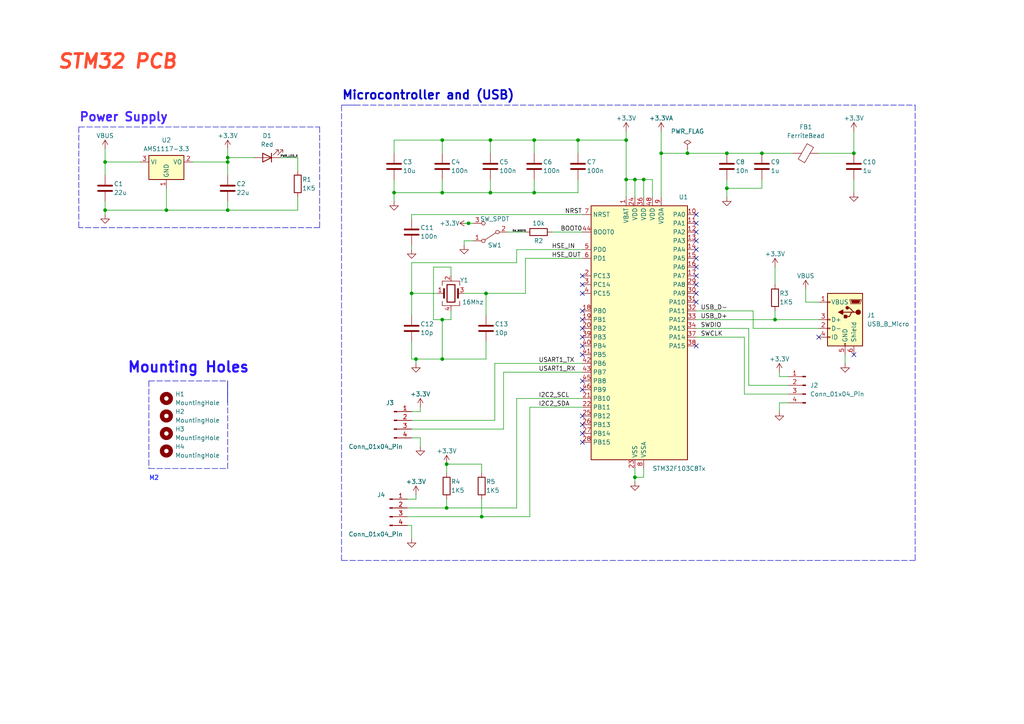
<source format=kicad_sch>
(kicad_sch (version 20230121) (generator eeschema)
  (paper "A4")
  (title_block (title "STM32 PCB") (date "2023-08-21"))
  (lib_symbols
    (symbol "Connector:Conn_01x04_Pin" (pin_names (offset 1.016) hide)
      (property "Reference" "J" (at 0 5.08 0))
      (property "Value" "Conn_01x04_Pin" (at 0 -7.62 0))
      (symbol "Conn_01x04_Pin_1_1"
        (polyline (pts (xy 1.27 -5.08) (xy 0.8636 -5.08)) (stroke (width 0.1524)))
        (polyline (pts (xy 1.27 -2.54) (xy 0.8636 -2.54)) (stroke (width 0.1524)))
        (polyline (pts (xy 1.27 0) (xy 0.8636 0)) (stroke (width 0.1524)))
        (polyline (pts (xy 1.27 2.54) (xy 0.8636 2.54)) (stroke (width 0.1524)))
        (rectangle (start 0.8636 -4.953) (end 0 -5.207) (stroke (width 0.1524)) (fill (type outline)))
        (rectangle (start 0.8636 -2.413) (end 0 -2.667) (stroke (width 0.1524)) (fill (type outline)))
        (rectangle (start 0.8636 0.127) (end 0 -0.127) (stroke (width 0.1524)) (fill (type outline)))
        (rectangle (start 0.8636 2.667) (end 0 2.413) (stroke (width 0.1524)) (fill (type outline)))
        (pin passive line (at 5.08 2.54 180) (length 3.81) (name "Pin_1") (number "1"))
        (pin passive line (at 5.08 0 180) (length 3.81) (name "Pin_2") (number "2"))
        (pin passive line (at 5.08 -2.54 180) (length 3.81) (name "Pin_3") (number "3"))
        (pin passive line (at 5.08 -5.08 180) (length 3.81) (name "Pin_4") (number "4"))
      )
    )
    (symbol "Connector:USB_B_Micro" (pin_names (offset 1.016))
      (property "Reference" "J" (at -5.08 11.43 0))
      (property "Value" "USB_B_Micro" (at -5.08 8.89 0))
      (symbol "USB_B_Micro_0_1"
        (rectangle (start -5.08 -7.62) (end 5.08 7.62) (stroke (width 0.254)) (fill (type background)))
        (circle (center -3.81 2.159) (radius 0.635) (stroke (width 0.254)) (fill (type outline)))
        (circle (center -0.635 3.429) (radius 0.381) (stroke (width 0.254)) (fill (type outline)))
        (rectangle (start -0.127 -7.62) (end 0.127 -6.858))
        (polyline (pts (xy -1.905 2.159) (xy 0.635 2.159)) (stroke (width 0.254)))
        (polyline (pts (xy -3.175 2.159) (xy -2.54 2.159) (xy -1.27 3.429) (xy -0.635 3.429)) (stroke (width 0.254)))
        (polyline (pts (xy -2.54 2.159) (xy -1.905 2.159) (xy -1.27 0.889) (xy 0 0.889)) (stroke (width 0.254)))
        (polyline (pts (xy 0.635 2.794) (xy 0.635 1.524) (xy 1.905 2.159) (xy 0.635 2.794)) (stroke (width 0.254)) (fill (type outline)))
        (polyline (pts (xy -4.318 5.588) (xy -1.778 5.588) (xy -2.032 4.826) (xy -4.064 4.826) (xy -4.318 5.588)) (fill (type outline)))
        (polyline (pts (xy -4.699 5.842) (xy -4.699 5.588) (xy -4.445 4.826) (xy -4.445 4.572) (xy -1.651 4.572) (xy -1.651 4.826) (xy -1.397 5.588) (xy -1.397 5.842) (xy -4.699 5.842)))
        (rectangle (start 0.254 1.27) (end -0.508 0.508) (stroke (width 0.254)) (fill (type outline)))
        (rectangle (start 5.08 -5.207) (end 4.318 -4.953))
        (rectangle (start 5.08 -2.667) (end 4.318 -2.413))
        (rectangle (start 5.08 -0.127) (end 4.318 0.127))
        (rectangle (start 5.08 4.953) (end 4.318 5.207))
      )
      (symbol "USB_B_Micro_1_1"
        (pin power_out line (at 7.62 5.08 180) (length 2.54) (name "VBUS") (number "1"))
        (pin bidirectional line (at 7.62 -2.54 180) (length 2.54) (name "D-") (number "2"))
        (pin bidirectional line (at 7.62 0 180) (length 2.54) (name "D+") (number "3"))
        (pin passive line (at 7.62 -5.08 180) (length 2.54) (name "ID") (number "4"))
        (pin power_out line (at 0 -10.16 90) (length 2.54) (name "GND") (number "5"))
        (pin passive line (at -2.54 -10.16 90) (length 2.54) (name "Shield") (number "6"))
      )
    )
    (symbol "Device:C" (pin_numbers hide) (pin_names (offset 0.254))
      (property "Reference" "C" (at 0.635 2.54 0))
      (property "Value" "C" (at 0.635 -2.54 0))
      (symbol "C_0_1"
        (polyline (pts (xy -2.032 -0.762) (xy 2.032 -0.762)) (stroke (width 0.508)))
        (polyline (pts (xy -2.032 0.762) (xy 2.032 0.762)) (stroke (width 0.508)))
      )
      (symbol "C_1_1"
        (pin passive line (at 0 3.81 270) (length 2.794) (name "~") (number "1"))
        (pin passive line (at 0 -3.81 90) (length 2.794) (name "~") (number "2"))
      )
    )
    (symbol "Device:Crystal_GND24" (pin_names (offset 1.016) hide)
      (property "Reference" "Y" (at 3.175 5.08 0))
      (property "Value" "Crystal_GND24" (at 3.175 3.175 0))
      (symbol "Crystal_GND24_0_1"
        (rectangle (start -1.143 2.54) (end 1.143 -2.54) (stroke (width 0.3048)))
        (polyline (pts (xy -2.54 0) (xy -2.032 0)))
        (polyline (pts (xy -2.032 -1.27) (xy -2.032 1.27)) (stroke (width 0.508)))
        (polyline (pts (xy 0 -3.81) (xy 0 -3.556)))
        (polyline (pts (xy 0 3.556) (xy 0 3.81)))
        (polyline (pts (xy 2.032 -1.27) (xy 2.032 1.27)) (stroke (width 0.508)))
        (polyline (pts (xy 2.032 0) (xy 2.54 0)))
        (polyline (pts (xy -2.54 -2.286) (xy -2.54 -3.556) (xy 2.54 -3.556) (xy 2.54 -2.286)))
        (polyline (pts (xy -2.54 2.286) (xy -2.54 3.556) (xy 2.54 3.556) (xy 2.54 2.286)))
      )
      (symbol "Crystal_GND24_1_1"
        (pin passive line (at -3.81 0 0) (length 1.27) (name "1") (number "1"))
        (pin passive line (at 0 5.08 270) (length 1.27) (name "2") (number "2"))
        (pin passive line (at 3.81 0 180) (length 1.27) (name "3") (number "3"))
        (pin passive line (at 0 -5.08 90) (length 1.27) (name "4") (number "4"))
      )
    )
    (symbol "Device:FerriteBead" (pin_numbers hide) (pin_names (offset 0))
      (property "Reference" "FB" (at -3.81 0.635 90))
      (property "Value" "FerriteBead" (at 3.81 0 90))
      (symbol "FerriteBead_0_1"
        (polyline (pts (xy 0 -1.27) (xy 0 -1.2192)))
        (polyline (pts (xy 0 1.27) (xy 0 1.2954)))
        (polyline (pts (xy -2.7686 0.4064) (xy -1.7018 2.2606) (xy 2.7686 -0.3048) (xy 1.6764 -2.159) (xy -2.7686 0.4064)))
      )
      (symbol "FerriteBead_1_1"
        (pin passive line (at 0 3.81 270) (length 2.54) (name "~") (number "1"))
        (pin passive line (at 0 -3.81 90) (length 2.54) (name "~") (number "2"))
      )
    )
    (symbol "Device:LED" (pin_numbers hide) (pin_names (offset 1.016) hide)
      (property "Reference" "D" (at 0 2.54 0))
      (property "Value" "LED" (at 0 -2.54 0))
      (symbol "LED_0_1"
        (polyline (pts (xy -1.27 -1.27) (xy -1.27 1.27)) (stroke (width 0.254)))
        (polyline (pts (xy -1.27 0) (xy 1.27 0)))
        (polyline (pts (xy 1.27 -1.27) (xy 1.27 1.27) (xy -1.27 0) (xy 1.27 -1.27)) (stroke (width 0.254)))
        (polyline (pts (xy -3.048 -0.762) (xy -4.572 -2.286) (xy -3.81 -2.286) (xy -4.572 -2.286) (xy -4.572 -1.524)))
        (polyline (pts (xy -1.778 -0.762) (xy -3.302 -2.286) (xy -2.54 -2.286) (xy -3.302 -2.286) (xy -3.302 -1.524)))
      )
      (symbol "LED_1_1"
        (pin passive line (at -3.81 0 0) (length 2.54) (name "K") (number "1"))
        (pin passive line (at 3.81 0 180) (length 2.54) (name "A") (number "2"))
      )
    )
    (symbol "Device:R" (pin_numbers hide) (pin_names (offset 0))
      (property "Reference" "R" (at 2.032 0 90))
      (property "Value" "R" (at 0 0 90))
      (symbol "R_0_1"
        (rectangle (start -1.016 -2.54) (end 1.016 2.54) (stroke (width 0.254)))
      )
      (symbol "R_1_1"
        (pin passive line (at 0 3.81 270) (length 1.27) (name "~") (number "1"))
        (pin passive line (at 0 -3.81 90) (length 1.27) (name "~") (number "2"))
      )
    )
    (symbol "MCU_ST_STM32F1:STM32F103C8Tx"
      (property "Reference" "U" (at -12.7 39.37 0))
      (property "Value" "STM32F103C8Tx" (at 10.16 39.37 0))
      (symbol "STM32F103C8Tx_0_1"
        (rectangle (start -12.7 -35.56) (end 15.24 38.1) (stroke (width 0.254)) (fill (type background)))
      )
      (symbol "STM32F103C8Tx_1_1"
        (pin power_in line (at -2.54 40.64 270) (length 2.54) (name "VBAT") (number "1"))
        (pin bidirectional line (at 17.78 35.56 180) (length 2.54) (name "PA0") (number "10"))
        (pin bidirectional line (at 17.78 33.02 180) (length 2.54) (name "PA1") (number "11"))
        (pin bidirectional line (at 17.78 30.48 180) (length 2.54) (name "PA2") (number "12"))
        (pin bidirectional line (at 17.78 27.94 180) (length 2.54) (name "PA3") (number "13"))
        (pin bidirectional line (at 17.78 25.4 180) (length 2.54) (name "PA4") (number "14"))
        (pin bidirectional line (at 17.78 22.86 180) (length 2.54) (name "PA5") (number "15"))
        (pin bidirectional line (at 17.78 20.32 180) (length 2.54) (name "PA6") (number "16"))
        (pin bidirectional line (at 17.78 17.78 180) (length 2.54) (name "PA7") (number "17"))
        (pin bidirectional line (at -15.24 7.62 0) (length 2.54) (name "PB0") (number "18"))
        (pin bidirectional line (at -15.24 5.08 0) (length 2.54) (name "PB1") (number "19"))
        (pin bidirectional line (at -15.24 17.78 0) (length 2.54) (name "PC13") (number "2"))
        (pin bidirectional line (at -15.24 2.54 0) (length 2.54) (name "PB2") (number "20"))
        (pin bidirectional line (at -15.24 -17.78 0) (length 2.54) (name "PB10") (number "21"))
        (pin bidirectional line (at -15.24 -20.32 0) (length 2.54) (name "PB11") (number "22"))
        (pin power_in line (at 0 -38.1 90) (length 2.54) (name "VSS") (number "23"))
        (pin power_in line (at 0 40.64 270) (length 2.54) (name "VDD") (number "24"))
        (pin bidirectional line (at -15.24 -22.86 0) (length 2.54) (name "PB12") (number "25"))
        (pin bidirectional line (at -15.24 -25.4 0) (length 2.54) (name "PB13") (number "26"))
        (pin bidirectional line (at -15.24 -27.94 0) (length 2.54) (name "PB14") (number "27"))
        (pin bidirectional line (at -15.24 -30.48 0) (length 2.54) (name "PB15") (number "28"))
        (pin bidirectional line (at 17.78 15.24 180) (length 2.54) (name "PA8") (number "29"))
        (pin bidirectional line (at -15.24 15.24 0) (length 2.54) (name "PC14") (number "3"))
        (pin bidirectional line (at 17.78 12.7 180) (length 2.54) (name "PA9") (number "30"))
        (pin bidirectional line (at 17.78 10.16 180) (length 2.54) (name "PA10") (number "31"))
        (pin bidirectional line (at 17.78 7.62 180) (length 2.54) (name "PA11") (number "32"))
        (pin bidirectional line (at 17.78 5.08 180) (length 2.54) (name "PA12") (number "33"))
        (pin bidirectional line (at 17.78 2.54 180) (length 2.54) (name "PA13") (number "34"))
        (pin passive line (at 0 -38.1 90) (length 2.54) hide (name "VSS") (number "35"))
        (pin power_in line (at 2.54 40.64 270) (length 2.54) (name "VDD") (number "36"))
        (pin bidirectional line (at 17.78 0 180) (length 2.54) (name "PA14") (number "37"))
        (pin bidirectional line (at 17.78 -2.54 180) (length 2.54) (name "PA15") (number "38"))
        (pin bidirectional line (at -15.24 0 0) (length 2.54) (name "PB3") (number "39"))
        (pin bidirectional line (at -15.24 12.7 0) (length 2.54) (name "PC15") (number "4"))
        (pin bidirectional line (at -15.24 -2.54 0) (length 2.54) (name "PB4") (number "40"))
        (pin bidirectional line (at -15.24 -5.08 0) (length 2.54) (name "PB5") (number "41"))
        (pin bidirectional line (at -15.24 -7.62 0) (length 2.54) (name "PB6") (number "42"))
        (pin bidirectional line (at -15.24 -10.16 0) (length 2.54) (name "PB7") (number "43"))
        (pin input line (at -15.24 30.48 0) (length 2.54) (name "BOOT0") (number "44"))
        (pin bidirectional line (at -15.24 -12.7 0) (length 2.54) (name "PB8") (number "45"))
        (pin bidirectional line (at -15.24 -15.24 0) (length 2.54) (name "PB9") (number "46"))
        (pin passive line (at 0 -38.1 90) (length 2.54) hide (name "VSS") (number "47"))
        (pin power_in line (at 5.08 40.64 270) (length 2.54) (name "VDD") (number "48"))
        (pin bidirectional line (at -15.24 25.4 0) (length 2.54) (name "PD0") (number "5"))
        (pin bidirectional line (at -15.24 22.86 0) (length 2.54) (name "PD1") (number "6"))
        (pin input line (at -15.24 35.56 0) (length 2.54) (name "NRST") (number "7"))
        (pin power_in line (at 2.54 -38.1 90) (length 2.54) (name "VSSA") (number "8"))
        (pin power_in line (at 7.62 40.64 270) (length 2.54) (name "VDDA") (number "9"))
      )
    )
    (symbol "Mechanical:MountingHole" (pin_names (offset 1.016))
      (property "Reference" "H" (at 0 5.08 0))
      (property "Value" "MountingHole" (at 0 3.175 0))
      (symbol "MountingHole_0_1"
        (circle (center 0 0) (radius 1.27) (stroke (width 1.27)))
      )
    )
    (symbol "Regulator_Linear:AMS1117-3.3"
      (property "Reference" "U" (at -3.81 3.175 0))
      (property "Value" "AMS1117-3.3" (at 0 3.175 0))
      (symbol "AMS1117-3.3_0_1"
        (rectangle (start -5.08 -5.08) (end 5.08 1.905) (stroke (width 0.254)) (fill (type background)))
      )
      (symbol "AMS1117-3.3_1_1"
        (pin power_in line (at 0 -7.62 90) (length 2.54) (name "GND") (number "1"))
        (pin power_out line (at 7.62 0 180) (length 2.54) (name "VO") (number "2"))
        (pin power_in line (at -7.62 0 0) (length 2.54) (name "VI") (number "3"))
      )
    )
    (symbol "Switch:SW_SPDT" (pin_names (offset 0) hide)
      (property "Reference" "SW" (at 0 4.318 0))
      (property "Value" "SW_SPDT" (at 0 -5.08 0))
      (symbol "SW_SPDT_0_0"
        (circle (center -2.032 0) (radius 0.508))
        (circle (center 2.032 -2.54) (radius 0.508))
      )
      (symbol "SW_SPDT_0_1"
        (polyline (pts (xy -1.524 0.254) (xy 1.651 2.286)))
        (circle (center 2.032 2.54) (radius 0.508))
      )
      (symbol "SW_SPDT_1_1"
        (pin passive line (at 5.08 2.54 180) (length 2.54) (name "A") (number "1"))
        (pin passive line (at -5.08 0 0) (length 2.54) (name "B") (number "2"))
        (pin passive line (at 5.08 -2.54 180) (length 2.54) (name "C") (number "3"))
      )
    )
    (symbol "power:+3.3V" (power) (pin_names (offset 0))
      (property "Value" "+3.3V" (at 0 3.556 0))
      (symbol "+3.3V_0_1"
        (polyline (pts (xy -0.762 1.27) (xy 0 2.54)))
        (polyline (pts (xy 0 0) (xy 0 2.54)))
        (polyline (pts (xy 0 2.54) (xy 0.762 1.27)))
      )
      (symbol "+3.3V_1_1"
        (pin power_in line (at 0 0 90) (length 0) hide (name "+3.3V") (number "1"))
      )
    )
    (symbol "power:+3.3VA" (power) (pin_names (offset 0))
      (property "Value" "+3.3VA" (at 0 3.556 0))
      (symbol "+3.3VA_0_1"
        (polyline (pts (xy -0.762 1.27) (xy 0 2.54)))
        (polyline (pts (xy 0 0) (xy 0 2.54)))
        (polyline (pts (xy 0 2.54) (xy 0.762 1.27)))
      )
      (symbol "+3.3VA_1_1"
        (pin power_in line (at 0 0 90) (length 0) hide (name "+3.3VA") (number "1"))
      )
    )
    (symbol "power:GND" (power) (pin_names (offset 0))
      (property "Value" "GND" (at 0 -3.81 0))
      (symbol "GND_0_1"
        (polyline (pts (xy 0 0) (xy 0 -1.27) (xy 1.27 -1.27) (xy 0 -2.54) (xy -1.27 -1.27) (xy 0 -1.27)))
      )
      (symbol "GND_1_1"
        (pin power_in line (at 0 0 270) (length 0) hide (name "GND") (number "1"))
      )
    )
    (symbol "power:PWR_FLAG" (power) (pin_numbers hide) (pin_names (offset 0) hide)
      (property "Value" "PWR_FLAG" (at 0 3.81 0))
      (symbol "PWR_FLAG_0_0"
        (pin power_out line (at 0 0 90) (length 0) (name "pwr") (number "1"))
      )
      (symbol "PWR_FLAG_0_1"
        (polyline (pts (xy 0 0) (xy 0 1.27) (xy -1.016 1.905) (xy 0 2.54) (xy 1.016 1.905) (xy 0 1.27)))
      )
    )
    (symbol "power:VBUS" (power) (pin_names (offset 0))
      (property "Value" "VBUS" (at 0 3.81 0))
      (symbol "VBUS_0_1"
        (polyline (pts (xy -0.762 1.27) (xy 0 2.54)))
        (polyline (pts (xy 0 0) (xy 0 2.54)))
        (polyline (pts (xy 0 2.54) (xy 0.762 1.27)))
      )
      (symbol "VBUS_1_1"
        (pin power_in line (at 0 0 90) (length 0) hide (name "VBUS") (number "1"))
      )
    )
  )
  (junction (at 128.27 104.14))
  (junction (at 114.3 55.88))
  (junction (at 66.04 46.99))
  (junction (at 154.94 40.64))
  (junction (at 66.04 45.72))
  (junction (at 119.38 85.09))
  (junction (at 154.94 55.88))
  (junction (at 30.48 60.96))
  (junction (at 140.97 85.09))
  (junction (at 129.54 147.32))
  (junction (at 210.82 54.61))
  (junction (at 184.15 52.07))
  (junction (at 128.27 55.88))
  (junction (at 142.24 40.64))
  (junction (at 128.27 40.64))
  (junction (at 184.15 138.43))
  (junction (at 30.48 46.99))
  (junction (at 66.04 60.96))
  (junction (at 181.61 52.07))
  (junction (at 210.82 44.45))
  (junction (at 191.77 44.45))
  (junction (at 220.98 44.45))
  (junction (at 142.24 55.88))
  (junction (at 135.89 64.77))
  (junction (at 181.61 40.64))
  (junction (at 167.64 40.64))
  (junction (at 199.39 44.45))
  (junction (at 48.26 60.96))
  (junction (at 128.27 92.71))
  (junction (at 129.54 134.62))
  (junction (at 186.69 52.07))
  (junction (at 247.65 44.45))
  (junction (at 224.79 92.71))
  (junction (at 120.65 104.14))
  (junction (at 139.7 149.86))
  (no_connect (at 201.93 67.31))
  (no_connect (at 201.93 77.47))
  (no_connect (at 201.93 72.39))
  (no_connect (at 168.91 123.19))
  (no_connect (at 168.91 125.73))
  (no_connect (at 237.49 97.79))
  (no_connect (at 168.91 110.49))
  (no_connect (at 201.93 64.77))
  (no_connect (at 201.93 87.63))
  (no_connect (at 247.65 102.87))
  (no_connect (at 168.91 100.33))
  (no_connect (at 201.93 85.09))
  (no_connect (at 168.91 120.65))
  (no_connect (at 168.91 97.79))
  (no_connect (at 168.91 90.17))
  (no_connect (at 201.93 80.01))
  (no_connect (at 168.91 82.55))
  (no_connect (at 201.93 62.23))
  (no_connect (at 201.93 74.93))
  (no_connect (at 168.91 92.71))
  (no_connect (at 168.91 113.03))
  (no_connect (at 168.91 80.01))
  (no_connect (at 201.93 69.85))
  (no_connect (at 168.91 128.27))
  (no_connect (at 168.91 85.09))
  (no_connect (at 168.91 95.25))
  (no_connect (at 168.91 102.87))
  (no_connect (at 201.93 100.33))
  (no_connect (at 201.93 82.55))
  (polyline (pts (xy 43.18 110.49) (xy 43.18 135.89)) (stroke (width 0) (type dash)))
  (wire (pts (xy 233.68 83.82) (xy 233.68 87.63)))
  (polyline (pts (xy 265.43 30.48) (xy 265.43 162.56)) (stroke (width 0) (type dash)))
  (wire (pts (xy 143.51 105.41) (xy 168.91 105.41)))
  (wire (pts (xy 233.68 87.63) (xy 237.49 87.63)))
  (wire (pts (xy 121.92 129.54) (xy 121.92 127)))
  (wire (pts (xy 226.06 119.38) (xy 226.06 116.84)))
  (wire (pts (xy 139.7 134.62) (xy 139.7 137.16)))
  (wire (pts (xy 129.54 144.78) (xy 129.54 147.32)))
  (wire (pts (xy 128.27 40.64) (xy 128.27 44.45)))
  (wire (pts (xy 154.94 40.64) (xy 154.94 44.45)))
  (wire (pts (xy 181.61 38.1) (xy 181.61 40.64)))
  (wire (pts (xy 184.15 138.43) (xy 186.69 138.43)))
  (wire (pts (xy 134.62 64.77) (xy 135.89 64.77)))
  (polyline (pts (xy 99.06 162.56) (xy 99.06 30.48)) (stroke (width 0) (type dash)))
  (wire (pts (xy 134.62 69.85) (xy 137.16 69.85)))
  (wire (pts (xy 224.79 90.17) (xy 224.79 92.71)))
  (wire (pts (xy 201.93 92.71) (xy 224.79 92.71)))
  (wire (pts (xy 167.64 40.64) (xy 181.61 40.64)))
  (wire (pts (xy 142.24 40.64) (xy 142.24 44.45)))
  (wire (pts (xy 186.69 52.07) (xy 189.23 52.07)))
  (wire (pts (xy 66.04 58.42) (xy 66.04 60.96)))
  (wire (pts (xy 125.73 77.47) (xy 125.73 92.71)))
  (wire (pts (xy 55.88 46.99) (xy 66.04 46.99)))
  (wire (pts (xy 226.06 116.84) (xy 228.6 116.84)))
  (wire (pts (xy 220.98 44.45) (xy 229.87 44.45)))
  (wire (pts (xy 184.15 52.07) (xy 186.69 52.07)))
  (wire (pts (xy 217.17 95.25) (xy 217.17 111.76)))
  (wire (pts (xy 201.93 95.25) (xy 217.17 95.25)))
  (wire (pts (xy 191.77 44.45) (xy 191.77 57.15)))
  (wire (pts (xy 119.38 63.5) (xy 119.38 62.23)))
  (polyline (pts (xy 43.18 135.89) (xy 66.04 135.89)) (stroke (width 0) (type dash)))
  (wire (pts (xy 167.64 55.88) (xy 167.64 52.07)))
  (wire (pts (xy 119.38 85.09) (xy 127 85.09)))
  (wire (pts (xy 86.36 45.72) (xy 86.36 49.53)))
  (wire (pts (xy 48.26 54.61) (xy 48.26 60.96)))
  (wire (pts (xy 149.86 72.39) (xy 149.86 76.2)))
  (wire (pts (xy 128.27 92.71) (xy 130.81 92.71)))
  (wire (pts (xy 128.27 52.07) (xy 128.27 55.88)))
  (wire (pts (xy 226.06 109.22) (xy 228.6 109.22)))
  (wire (pts (xy 81.28 45.72) (xy 86.36 45.72)))
  (wire (pts (xy 210.82 54.61) (xy 210.82 57.15)))
  (wire (pts (xy 134.62 85.09) (xy 140.97 85.09)))
  (wire (pts (xy 114.3 52.07) (xy 114.3 55.88)))
  (wire (pts (xy 30.48 43.18) (xy 30.48 46.99)))
  (wire (pts (xy 128.27 40.64) (xy 142.24 40.64)))
  (wire (pts (xy 247.65 52.07) (xy 247.65 55.88)))
  (wire (pts (xy 218.44 90.17) (xy 218.44 95.25)))
  (polyline (pts (xy 22.86 36.83) (xy 92.71 36.83)) (stroke (width 0) (type dash)))
  (wire (pts (xy 130.81 80.01) (xy 130.81 77.47)))
  (wire (pts (xy 199.39 43.18) (xy 199.39 44.45)))
  (wire (pts (xy 119.38 76.2) (xy 119.38 85.09)))
  (wire (pts (xy 120.65 104.14) (xy 120.65 105.41)))
  (wire (pts (xy 153.67 118.11) (xy 153.67 149.86)))
  (wire (pts (xy 152.4 74.93) (xy 152.4 85.09)))
  (wire (pts (xy 114.3 44.45) (xy 114.3 40.64)))
  (wire (pts (xy 224.79 92.71) (xy 237.49 92.71)))
  (wire (pts (xy 119.38 62.23) (xy 168.91 62.23)))
  (wire (pts (xy 142.24 55.88) (xy 154.94 55.88)))
  (wire (pts (xy 121.92 119.38) (xy 119.38 119.38)))
  (wire (pts (xy 217.17 111.76) (xy 228.6 111.76)))
  (wire (pts (xy 119.38 152.4) (xy 119.38 156.21)))
  (wire (pts (xy 149.86 72.39) (xy 168.91 72.39)))
  (wire (pts (xy 119.38 99.06) (xy 119.38 104.14)))
  (wire (pts (xy 118.11 147.32) (xy 129.54 147.32)))
  (wire (pts (xy 142.24 40.64) (xy 154.94 40.64)))
  (wire (pts (xy 118.11 149.86) (xy 139.7 149.86)))
  (wire (pts (xy 139.7 144.78) (xy 139.7 149.86)))
  (polyline (pts (xy 265.43 162.56) (xy 99.06 162.56)) (stroke (width 0) (type dash)))
  (wire (pts (xy 154.94 55.88) (xy 167.64 55.88)))
  (wire (pts (xy 224.79 77.47) (xy 224.79 82.55)))
  (polyline (pts (xy 22.86 36.83) (xy 22.86 66.04)) (stroke (width 0) (type dash)))
  (wire (pts (xy 140.97 99.06) (xy 140.97 104.14)))
  (wire (pts (xy 134.62 71.12) (xy 134.62 69.85)))
  (wire (pts (xy 30.48 60.96) (xy 30.48 62.23)))
  (wire (pts (xy 160.02 67.31) (xy 168.91 67.31)))
  (wire (pts (xy 210.82 44.45) (xy 220.98 44.45)))
  (wire (pts (xy 184.15 138.43) (xy 184.15 139.7)))
  (wire (pts (xy 118.11 152.4) (xy 119.38 152.4)))
  (wire (pts (xy 130.81 90.17) (xy 130.81 92.71)))
  (wire (pts (xy 210.82 44.45) (xy 199.39 44.45)))
  (wire (pts (xy 66.04 60.96) (xy 86.36 60.96)))
  (wire (pts (xy 114.3 55.88) (xy 128.27 55.88)))
  (wire (pts (xy 181.61 52.07) (xy 184.15 52.07)))
  (polyline (pts (xy 102.87 30.48) (xy 265.43 30.48)) (stroke (width 0) (type dash)))
  (wire (pts (xy 143.51 105.41) (xy 143.51 121.92)))
  (wire (pts (xy 181.61 40.64) (xy 181.61 52.07)))
  (wire (pts (xy 149.86 115.57) (xy 149.86 147.32)))
  (wire (pts (xy 119.38 121.92) (xy 143.51 121.92)))
  (wire (pts (xy 121.92 127) (xy 119.38 127)))
  (wire (pts (xy 119.38 85.09) (xy 119.38 91.44)))
  (wire (pts (xy 140.97 85.09) (xy 152.4 85.09)))
  (wire (pts (xy 120.65 104.14) (xy 119.38 104.14)))
  (wire (pts (xy 189.23 57.15) (xy 189.23 52.07)))
  (wire (pts (xy 120.65 144.78) (xy 118.11 144.78)))
  (wire (pts (xy 149.86 115.57) (xy 168.91 115.57)))
  (wire (pts (xy 66.04 45.72) (xy 73.66 45.72)))
  (wire (pts (xy 140.97 85.09) (xy 140.97 91.44)))
  (wire (pts (xy 120.65 143.51) (xy 120.65 144.78)))
  (wire (pts (xy 130.81 77.47) (xy 125.73 77.47)))
  (wire (pts (xy 114.3 55.88) (xy 114.3 58.42)))
  (wire (pts (xy 129.54 134.62) (xy 139.7 134.62)))
  (wire (pts (xy 247.65 38.1) (xy 247.65 44.45)))
  (wire (pts (xy 30.48 46.99) (xy 40.64 46.99)))
  (wire (pts (xy 181.61 52.07) (xy 181.61 57.15)))
  (wire (pts (xy 30.48 50.8) (xy 30.48 46.99)))
  (polyline (pts (xy 66.04 110.49) (xy 66.04 116.84)))
  (wire (pts (xy 146.05 107.95) (xy 146.05 124.46)))
  (wire (pts (xy 48.26 60.96) (xy 66.04 60.96)))
  (wire (pts (xy 152.4 74.93) (xy 168.91 74.93)))
  (wire (pts (xy 135.89 64.77) (xy 137.16 64.77)))
  (wire (pts (xy 245.11 102.87) (xy 245.11 105.41)))
  (wire (pts (xy 86.36 57.15) (xy 86.36 60.96)))
  (wire (pts (xy 125.73 92.71) (xy 128.27 92.71)))
  (wire (pts (xy 128.27 55.88) (xy 142.24 55.88)))
  (wire (pts (xy 154.94 52.07) (xy 154.94 55.88)))
  (wire (pts (xy 129.54 137.16) (xy 129.54 134.62)))
  (wire (pts (xy 149.86 76.2) (xy 119.38 76.2)))
  (wire (pts (xy 142.24 52.07) (xy 142.24 55.88)))
  (wire (pts (xy 66.04 45.72) (xy 66.04 46.99)))
  (wire (pts (xy 66.04 43.18) (xy 66.04 45.72)))
  (wire (pts (xy 119.38 124.46) (xy 146.05 124.46)))
  (wire (pts (xy 147.32 67.31) (xy 152.4 67.31)))
  (wire (pts (xy 119.38 71.12) (xy 119.38 72.39)))
  (wire (pts (xy 128.27 92.71) (xy 128.27 104.14)))
  (polyline (pts (xy 66.04 135.89) (xy 66.04 110.49)) (stroke (width 0) (type dash)))
  (wire (pts (xy 121.92 118.11) (xy 121.92 119.38)))
  (polyline (pts (xy 92.71 36.83) (xy 92.71 66.04)) (stroke (width 0) (type dash)))
  (wire (pts (xy 226.06 107.95) (xy 226.06 109.22)))
  (wire (pts (xy 167.64 44.45) (xy 167.64 40.64)))
  (wire (pts (xy 146.05 107.95) (xy 168.91 107.95)))
  (polyline (pts (xy 43.18 110.49) (xy 66.04 110.49)) (stroke (width 0) (type dash)))
  (wire (pts (xy 210.82 54.61) (xy 220.98 54.61)))
  (wire (pts (xy 30.48 58.42) (xy 30.48 60.96)))
  (wire (pts (xy 139.7 149.86) (xy 153.67 149.86)))
  (wire (pts (xy 153.67 118.11) (xy 168.91 118.11)))
  (wire (pts (xy 220.98 52.07) (xy 220.98 54.61)))
  (wire (pts (xy 201.93 90.17) (xy 218.44 90.17)))
  (wire (pts (xy 184.15 135.89) (xy 184.15 138.43)))
  (wire (pts (xy 215.9 97.79) (xy 215.9 114.3)))
  (wire (pts (xy 186.69 135.89) (xy 186.69 138.43)))
  (wire (pts (xy 199.39 44.45) (xy 191.77 44.45)))
  (wire (pts (xy 120.65 104.14) (xy 128.27 104.14)))
  (wire (pts (xy 210.82 52.07) (xy 210.82 54.61)))
  (wire (pts (xy 215.9 114.3) (xy 228.6 114.3)))
  (wire (pts (xy 114.3 40.64) (xy 128.27 40.64)))
  (wire (pts (xy 140.97 104.14) (xy 128.27 104.14)))
  (wire (pts (xy 237.49 44.45) (xy 247.65 44.45)))
  (wire (pts (xy 191.77 38.1) (xy 191.77 44.45)))
  (polyline (pts (xy 92.71 66.04) (xy 22.86 66.04)) (stroke (width 0) (type dash)))
  (polyline (pts (xy 66.04 110.49) (xy 66.04 116.84)))
  (wire (pts (xy 186.69 52.07) (xy 186.69 57.15)))
  (wire (pts (xy 48.26 60.96) (xy 30.48 60.96)))
  (wire (pts (xy 66.04 50.8) (xy 66.04 46.99)))
  (wire (pts (xy 184.15 52.07) (xy 184.15 57.15)))
  (wire (pts (xy 129.54 147.32) (xy 149.86 147.32)))
  (wire (pts (xy 154.94 40.64) (xy 167.64 40.64)))
  (wire (pts (xy 201.93 97.79) (xy 215.9 97.79)))
  (wire (pts (xy 218.44 95.25) (xy 237.49 95.25)))
  (polyline (pts (xy 99.06 30.48) (xy 102.87 30.48)))
  (text "Microcontroller and (USB)" (at 99.06 29.21 0) (effects (font (size 2.5 2.5) bold) (justify left bottom)))
  (text "Power Supply" (at 22.86 35.56 0) (effects (font (size 2.5 2.5) (thickness 0.5) bold) (justify left bottom)))
  (text "STM32 PCB" (at 16.51 20.32 0) (effects (font (size 4 4) bold italic) (justify left bottom)))
  (label "Mounting Holes" (at 36.83 109.22 0) (effects (font (size 3 3) (thickness 0.6) bold)))
  (label "HSE_IN" (at 160.02 72.39 0))
  (label "SWCLK" (at 203.2 97.79 0))
  (label "USART1_RX" (at 156.21 107.95 0))
  (label "PWR_LED_K" (at 81.28 45.72 0) (effects (font (size 0.6 0.6))))
  (label "M2" (at 43.18 139.7 0) (effects (font bold)))
  (label "USB_D-" (at 203.2 90.17 0))
  (label "HSE_OUT" (at 160.02 74.93 0))
  (label "I2C2_SCL" (at 156.21 115.57 0))
  (label "SWDIO" (at 203.2 95.25 0))
  (label "SW_BOOT0" (at 148.59 67.31 0) (effects (font (size 0.5 0.5))))
  (label "USB_D+" (at 203.2 92.71 0))
  (label "I2C2_SDA" (at 156.21 118.11 0))
  (label "USART1_TX" (at 156.21 105.41 0))
  (label "NRST" (at 163.83 62.23 0))
  (label "BOOT0" (at 162.56 67.31 0))
  (symbol (lib_id "power:GND") (at 114.3 58.42 0) (unit 1)
    (property "Reference" "#PWR03" (effects hide))
    (property "Value" "GND" (effects hide))
  )
  (symbol (lib_id "Device:C") (at 119.38 67.31 0) (unit 1)
    (property "Reference" "C11" (at 121.92 66.04 0) (effects (justify left)))
    (property "Value" "100n" (at 121.92 68.58 0) (effects (justify left)))
    (property "Footprint" "Capacitor_SMD:C_0402_1005Metric" (effects hide))
  )
  (symbol (lib_id "power:VBUS") (at 30.48 43.18 0) (unit 1)
    (property "Reference" "#PWR017" (effects hide))
    (property "Value" "VBUS" (at 30.48 39.37 0))
  )
  (symbol (lib_id "Mechanical:MountingHole") (at 48.26 115.57 0) (unit 1)
    (property "Reference" "H1" (at 50.8 114.3 0) (effects (justify left)))
    (property "Value" "MountingHole" (at 50.8 116.84 0) (effects (justify left)))
    (property "Footprint" "MountingHole:MountingHole_2.2mm_M2" (effects hide))
  )
  (symbol (lib_id "Device:C") (at 154.94 48.26 0) (unit 1)
    (property "Reference" "C6" (at 157.48 46.99 0) (effects (justify left)))
    (property "Value" "100n" (at 157.48 49.53 0) (effects (justify left)))
    (property "Footprint" "Capacitor_SMD:C_0402_1005Metric" (effects hide))
  )
  (symbol (lib_id "Regulator_Linear:AMS1117-3.3") (at 48.26 46.99 0) (unit 1)
    (property "Reference" "U2" (at 48.26 40.64 0))
    (property "Value" "AMS1117-3.3" (at 48.26 43.18 0))
    (property "Footprint" "Package_TO_SOT_SMD:SOT-223-3_TabPin2" (effects hide))
    (property "Datasheet" "http://www.advanced-monolithic.com/pdf/ds1117.pdf" (effects hide))
  )
  (symbol (lib_id "Mechanical:MountingHole") (at 48.26 130.81 0) (unit 1)
    (property "Reference" "H4" (at 50.8 129.54 0) (effects (justify left)))
    (property "Value" "MountingHole" (at 50.8 132.08 0) (effects (justify left)))
    (property "Footprint" "MountingHole:MountingHole_2.2mm_M2" (effects hide))
  )
  (symbol (lib_id "power:GND") (at 121.92 129.54 0) (mirror y) (unit 1)
    (property "Reference" "#PWR020" (effects hide))
    (property "Value" "GND" (effects hide))
  )
  (symbol (lib_id "Device:C") (at 167.64 48.26 0) (unit 1)
    (property "Reference" "C7" (at 170.18 46.99 0) (effects (justify left)))
    (property "Value" "100n" (at 170.18 49.53 0) (effects (justify left)))
    (property "Footprint" "Capacitor_SMD:C_0402_1005Metric" (effects hide))
  )
  (symbol (lib_id "power:GND") (at 210.82 57.15 0) (unit 1)
    (property "Reference" "#PWR06" (effects hide))
    (property "Value" "GND" (effects hide))
  )
  (symbol (lib_id "power:+3.3VA") (at 191.77 38.1 0) (unit 1)
    (property "Reference" "#PWR04" (effects hide))
    (property "Value" "+3.3VA" (at 191.77 34.29 0))
  )
  (symbol (lib_id "power:+3.3V") (at 135.89 64.77 90) (unit 1)
    (property "Reference" "#PWR08" (effects hide))
    (property "Value" "+3.3V" (at 133.35 64.77 90) (effects (justify left)))
  )
  (symbol (lib_id "Device:C") (at 220.98 48.26 0) (unit 1)
    (property "Reference" "C9" (at 223.52 46.99 0) (effects (justify left)))
    (property "Value" "1u" (at 223.52 49.53 0) (effects (justify left)))
    (property "Footprint" "Capacitor_SMD:C_0402_1005Metric" (effects hide))
  )
  (symbol (lib_id "power:+3.3V") (at 226.06 107.95 0) (unit 1)
    (property "Reference" "#PWR014" (effects hide))
    (property "Value" "+3.3V" (at 226.06 104.14 0))
  )
  (symbol (lib_id "power:GND") (at 120.65 105.41 0) (unit 1)
    (property "Reference" "#PWR010" (effects hide))
    (property "Value" "GND" (effects hide))
  )
  (symbol (lib_id "Device:C") (at 140.97 95.25 0) (unit 1)
    (property "Reference" "C13" (at 143.51 93.98 0) (effects (justify left)))
    (property "Value" "10p" (at 143.51 96.52 0) (effects (justify left)))
    (property "Footprint" "Capacitor_SMD:C_0402_1005Metric" (effects hide))
  )
  (symbol (lib_id "Device:C") (at 210.82 48.26 0) (unit 1)
    (property "Reference" "C8" (at 213.36 46.99 0) (effects (justify left)))
    (property "Value" "10n" (at 213.36 49.53 0) (effects (justify left)))
    (property "Footprint" "Capacitor_SMD:C_0402_1005Metric" (effects hide))
  )
  (symbol (lib_id "Device:Crystal_GND24") (at 130.81 85.09 0) (unit 1)
    (property "Reference" "Y1" (at 134.62 81.28 0))
    (property "Value" "16Mhz" (at 137.16 87.63 0))
    (property "Footprint" "Crystal:Crystal_SMD_3225-4Pin_3.2x2.5mm" (effects hide))
  )
  (symbol (lib_id "Device:FerriteBead") (at 233.68 44.45 270) (unit 1)
    (property "Reference" "FB1" (at 233.7308 36.83 90))
    (property "Value" "FerriteBead" (at 233.7308 39.37 90))
    (property "Footprint" "Inductor_SMD:L_0603_1608Metric" (effects hide))
  )
  (symbol (lib_id "power:GND") (at 30.48 62.23 0) (unit 1)
    (property "Reference" "#PWR018" (effects hide))
    (property "Value" "GND" (effects hide))
  )
  (symbol (lib_id "Device:C") (at 114.3 48.26 0) (unit 1)
    (property "Reference" "C3" (at 116.84 46.99 0) (effects (justify left)))
    (property "Value" "10u" (at 116.84 49.53 0) (effects (justify left)))
    (property "Footprint" "Capacitor_SMD:C_0603_1608Metric" (effects hide))
  )
  (symbol (lib_id "power:VBUS") (at 233.68 83.82 0) (unit 1)
    (property "Reference" "#PWR012" (effects hide))
    (property "Value" "VBUS" (at 233.68 80.01 0))
  )
  (symbol (lib_id "Connector:Conn_01x04_Pin") (at 114.3 121.92 0) (unit 1)
    (property "Reference" "J3" (at 114.3 116.84 0) (effects (justify right)))
    (property "Value" "Conn_01x04_Pin" (at 116.84 129.54 0) (effects (justify right)))
    (property "Footprint" "Connector_PinHeader_2.54mm:PinHeader_1x04_P2.54mm_Vertical" (effects hide))
  )
  (symbol (lib_id "Device:C") (at 66.04 54.61 0) (unit 1)
    (property "Reference" "C2" (at 68.58 53.34 0) (effects (justify left)))
    (property "Value" "22u" (at 68.58 55.88 0) (effects (justify left)))
    (property "Footprint" "Capacitor_SMD:C_0805_2012Metric" (effects hide))
  )
  (symbol (lib_id "power:+3.3V") (at 247.65 38.1 0) (unit 1)
    (property "Reference" "#PWR07" (effects hide))
    (property "Value" "+3.3V" (at 247.65 34.29 0))
  )
  (symbol (lib_id "power:GND") (at 247.65 55.88 0) (unit 1)
    (property "Reference" "#PWR05" (effects hide))
    (property "Value" "GND" (effects hide))
  )
  (symbol (lib_id "Device:R") (at 139.7 140.97 0) (unit 1)
    (property "Reference" "R5" (at 140.97 139.7 0) (effects (justify left)))
    (property "Value" "1K5" (at 140.97 142.24 0) (effects (justify left)))
    (property "Footprint" "Resistor_SMD:R_0402_1005Metric" (effects hide))
  )
  (symbol (lib_id "power:+3.3V") (at 120.65 143.51 0) (mirror y) (unit 1)
    (property "Reference" "#PWR021" (effects hide))
    (property "Value" "+3.3V" (at 120.65 139.7 0))
  )
  (symbol (lib_id "Device:R") (at 129.54 140.97 0) (unit 1)
    (property "Reference" "R4" (at 130.81 139.7 0) (effects (justify left)))
    (property "Value" "1K5" (at 130.81 142.24 0) (effects (justify left)))
    (property "Footprint" "Resistor_SMD:R_0402_1005Metric" (effects hide))
  )
  (symbol (lib_id "Device:R") (at 156.21 67.31 90) (unit 1)
    (property "Reference" "R2" (at 156.21 69.85 90))
    (property "Value" "10k" (at 156.21 64.77 90))
    (property "Footprint" "Resistor_SMD:R_0402_1005Metric" (effects hide))
  )
  (symbol (lib_id "Device:C") (at 119.38 95.25 0) (unit 1)
    (property "Reference" "C12" (at 121.92 93.98 0) (effects (justify left)))
    (property "Value" "10p" (at 121.92 96.52 0) (effects (justify left)))
    (property "Footprint" "Capacitor_SMD:C_0402_1005Metric" (effects hide))
  )
  (symbol (lib_id "Mechanical:MountingHole") (at 48.26 120.65 0) (unit 1)
    (property "Reference" "H2" (at 50.8 119.38 0) (effects (justify left)))
    (property "Value" "MountingHole" (at 50.8 121.92 0) (effects (justify left)))
    (property "Footprint" "MountingHole:MountingHole_2.2mm_M2" (effects hide))
  )
  (symbol (lib_id "power:+3.3V") (at 121.92 118.11 0) (mirror y) (unit 1)
    (property "Reference" "#PWR019" (effects hide))
    (property "Value" "+3.3V" (at 121.92 114.3 0))
  )
  (symbol (lib_id "power:GND") (at 184.15 139.7 0) (unit 1)
    (property "Reference" "#PWR01" (effects hide))
    (property "Value" "GND" (effects hide))
  )
  (symbol (lib_id "Device:R") (at 86.36 53.34 0) (unit 1)
    (property "Reference" "R1" (at 87.63 52.07 0) (effects (justify left)))
    (property "Value" "1K5" (at 87.63 54.61 0) (effects (justify left)))
    (property "Footprint" "Resistor_SMD:R_0402_1005Metric" (effects hide))
  )
  (symbol (lib_id "power:GND") (at 245.11 105.41 0) (unit 1)
    (property "Reference" "#PWR011" (effects hide))
    (property "Value" "GND" (effects hide))
  )
  (symbol (lib_id "power:PWR_FLAG") (at 199.39 43.18 0) (unit 1)
    (property "Reference" "#FLG01" (effects hide))
    (property "Value" "PWR_FLAG" (at 199.39 38.1 0))
  )
  (symbol (lib_id "power:+3.3V") (at 181.61 38.1 0) (unit 1)
    (property "Reference" "#PWR02" (effects hide))
    (property "Value" "+3.3V" (at 181.61 34.29 0))
  )
  (symbol (lib_id "Device:R") (at 224.79 86.36 0) (unit 1)
    (property "Reference" "R3" (at 226.06 85.09 0) (effects (justify left)))
    (property "Value" "1K5" (at 226.06 87.63 0) (effects (justify left)))
    (property "Footprint" "Resistor_SMD:R_0402_1005Metric" (effects hide))
  )
  (symbol (lib_id "MCU_ST_STM32F1:STM32F103C8Tx") (at 184.15 97.79 0) (unit 1)
    (property "Reference" "U1" (at 196.85 57.15 0) (effects (justify left)))
    (property "Value" "STM32F103C8Tx" (at 189.23 135.89 0) (effects (justify left)))
    (property "Footprint" "Package_QFP:LQFP-48_7x7mm_P0.5mm" (effects hide))
    (property "Datasheet" "https://www.st.com/resource/en/datasheet/stm32f103c8.pdf" (effects hide))
  )
  (symbol (lib_id "Device:C") (at 247.65 48.26 0) (unit 1)
    (property "Reference" "C10" (at 250.19 46.99 0) (effects (justify left)))
    (property "Value" "1u" (at 250.19 49.53 0) (effects (justify left)))
    (property "Footprint" "Capacitor_SMD:C_0402_1005Metric" (effects hide))
  )
  (symbol (lib_id "power:+3.3V") (at 66.04 43.18 0) (unit 1)
    (property "Reference" "#PWR016" (effects hide))
    (property "Value" "+3.3V" (at 66.04 39.37 0))
  )
  (symbol (lib_id "Device:C") (at 128.27 48.26 0) (unit 1)
    (property "Reference" "C4" (at 130.81 46.99 0) (effects (justify left)))
    (property "Value" "100n" (at 130.81 49.53 0) (effects (justify left)))
    (property "Footprint" "Capacitor_SMD:C_0402_1005Metric" (effects hide))
  )
  (symbol (lib_id "Connector:Conn_01x04_Pin") (at 233.68 111.76 0) (mirror y) (unit 1)
    (property "Reference" "J2" (at 234.95 111.76 0) (effects (justify right)))
    (property "Value" "Conn_01x04_Pin" (at 234.95 114.3 0) (effects (justify right)))
    (property "Footprint" "Connector_PinHeader_2.54mm:PinHeader_1x04_P2.54mm_Vertical" (effects hide))
  )
  (symbol (lib_id "Connector:USB_B_Micro") (at 245.11 92.71 0) (mirror y) (unit 1)
    (property "Reference" "J1" (at 251.46 91.44 0) (effects (justify right)))
    (property "Value" "USB_B_Micro" (at 251.46 93.98 0) (effects (justify right)))
    (property "Footprint" "Connector_USB:USB_Micro-B_Wuerth_629105150521" (effects hide))
  )
  (symbol (lib_id "power:GND") (at 119.38 72.39 0) (unit 1)
    (property "Reference" "#PWR09" (effects hide))
    (property "Value" "GND" (effects hide))
  )
  (symbol (lib_id "Device:C") (at 30.48 54.61 0) (unit 1)
    (property "Reference" "C1" (at 33.02 53.34 0) (effects (justify left)))
    (property "Value" "22u" (at 33.02 55.88 0) (effects (justify left)))
    (property "Footprint" "Capacitor_SMD:C_0805_2012Metric" (effects hide))
  )
  (symbol (lib_id "power:GND") (at 226.06 119.38 0) (unit 1)
    (property "Reference" "#PWR015" (effects hide))
    (property "Value" "GND" (effects hide))
  )
  (symbol (lib_id "power:GND") (at 134.62 71.12 0) (unit 1)
    (property "Reference" "#PWR024" (effects hide))
    (property "Value" "GND" (effects hide))
  )
  (symbol (lib_id "power:+3.3V") (at 224.79 77.47 0) (unit 1)
    (property "Reference" "#PWR013" (effects hide))
    (property "Value" "+3.3V" (at 224.79 73.66 0))
  )
  (symbol (lib_id "Connector:Conn_01x04_Pin") (at 113.03 147.32 0) (unit 1)
    (property "Reference" "J4" (at 111.76 143.51 0) (effects (justify right)))
    (property "Value" "Conn_01x04_Pin" (at 116.84 154.94 0) (effects (justify right)))
    (property "Footprint" "Connector_PinHeader_2.54mm:PinHeader_1x04_P2.54mm_Vertical" (effects hide))
  )
  (symbol (lib_id "power:GND") (at 119.38 156.21 0) (unit 1)
    (property "Reference" "#PWR022" (effects hide))
    (property "Value" "GND" (effects hide))
  )
  (symbol (lib_id "Switch:SW_SPDT") (at 142.24 67.31 180) (unit 1)
    (property "Reference" "SW1" (at 143.51 71.12 0))
    (property "Value" "SW_SPDT" (at 143.51 63.5 0))
    (property "Footprint" "Button_Switch_SMD:SW_SPDT_PCM12" (effects hide))
  )
  (symbol (lib_id "Device:C") (at 142.24 48.26 0) (unit 1)
    (property "Reference" "C5" (at 144.78 46.99 0) (effects (justify left)))
    (property "Value" "100n" (at 144.78 49.53 0) (effects (justify left)))
    (property "Footprint" "Capacitor_SMD:C_0402_1005Metric" (effects hide))
  )
  (symbol (lib_id "power:+3.3V") (at 129.54 134.62 0) (unit 1)
    (property "Reference" "#PWR023" (effects hide))
    (property "Value" "+3.3V" (at 129.54 130.81 0))
  )
  (symbol (lib_id "Mechanical:MountingHole") (at 48.26 125.73 0) (unit 1)
    (property "Reference" "H3" (at 50.8 124.46 0) (effects (justify left)))
    (property "Value" "MountingHole" (at 50.8 127 0) (effects (justify left)))
    (property "Footprint" "MountingHole:MountingHole_2.2mm_M2" (effects hide))
  )
  (symbol (lib_id "Device:LED") (at 77.47 45.72 180) (unit 1)
    (property "Reference" "D1" (at 77.47 39.37 0))
    (property "Value" "Red" (at 77.47 41.91 0))
    (property "Footprint" "LED_SMD:LED_0603_1608Metric" (effects hide))
  )
)
</source>
